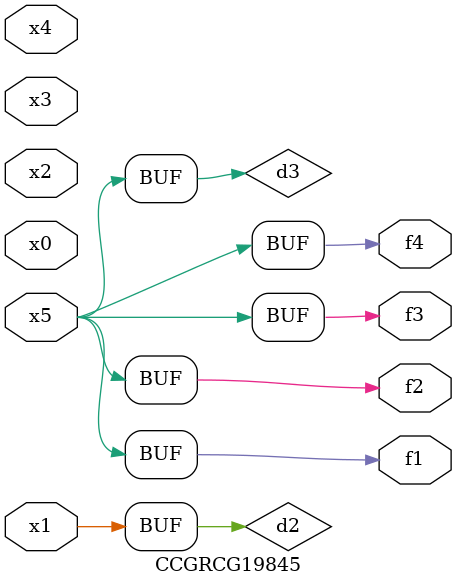
<source format=v>
module CCGRCG19845(
	input x0, x1, x2, x3, x4, x5,
	output f1, f2, f3, f4
);

	wire d1, d2, d3;

	not (d1, x5);
	or (d2, x1);
	xnor (d3, d1);
	assign f1 = d3;
	assign f2 = d3;
	assign f3 = d3;
	assign f4 = d3;
endmodule

</source>
